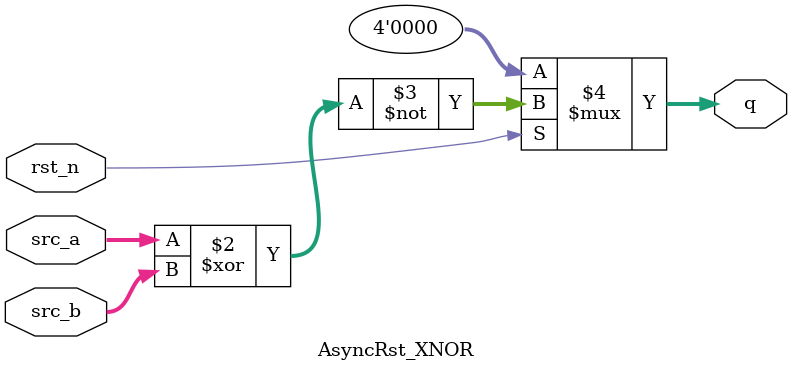
<source format=sv>
module AsyncRst_XNOR(
    input rst_n,
    input [3:0] src_a, src_b,
    output reg [3:0] q
);
    always @(*) begin
        q = rst_n ? ~(src_a ^ src_b) : 4'b0000;
    end
endmodule

</source>
